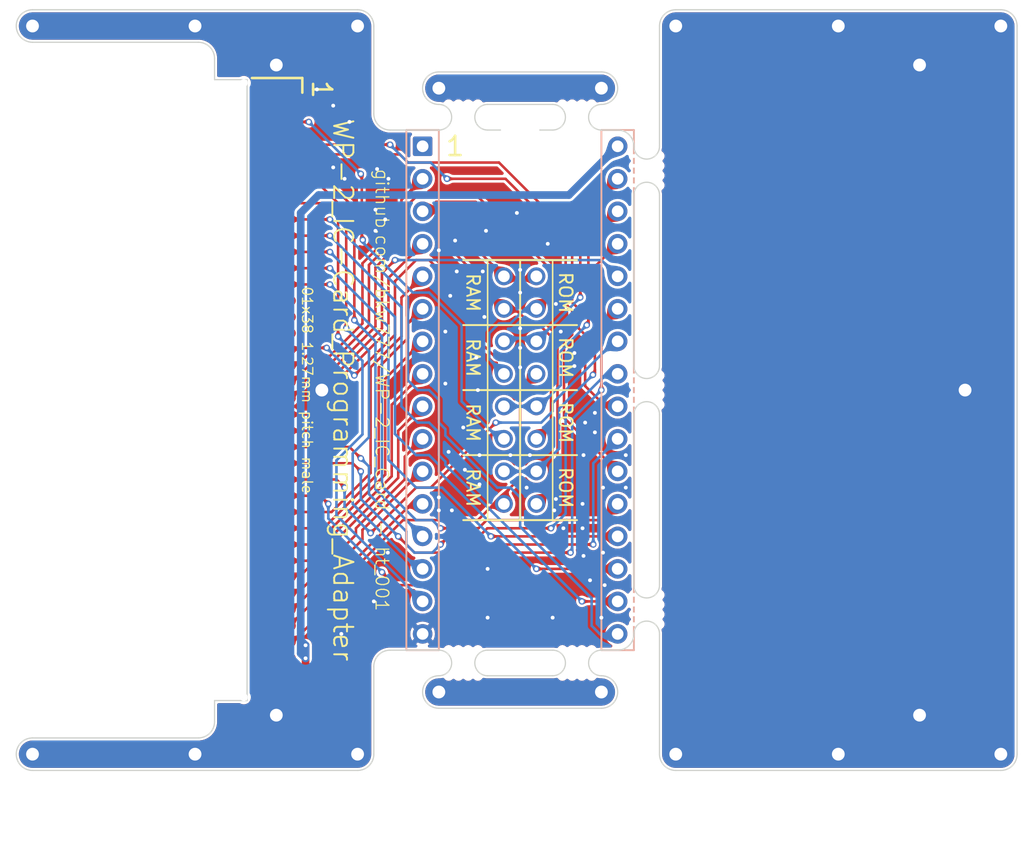
<source format=kicad_pcb>
(kicad_pcb (version 20240108) (generator "pcbnew") (generator_version "8.0")
  (title_block (title "WP-2_IC-Card_Programming_Adapter") (date "2025-05-09") (rev "ht_001") (company "Brian K. White - b.kenyon.w@gmail.com") (comment 1 "github.com/bkw777/WP-2_IC_Card"))
  (layers (0 "F.Cu" signal) (31 "B.Cu" signal) (34 "B.Paste" user) (35 "F.Paste" user) (36 "B.SilkS" user "B.Silkscreen") (37 "F.SilkS" user "F.Silkscreen") (38 "B.Mask" user) (39 "F.Mask" user) (44 "Edge.Cuts" user))
  (net 0 "")
  (net 1 "GND")
  (net 2 "/~{OE}")
  (net 3 "/D0")
  (net 4 "/D1")
  (net 5 "/D2")
  (net 6 "/D3")
  (net 7 "/D4")
  (net 8 "/D5")
  (net 9 "/D6")
  (net 10 "/D7")
  (net 11 "/A17")
  (net 12 "/A16")
  (net 13 "/A15")
  (net 14 "/A14")
  (net 15 "/A13")
  (net 16 "/A12")
  (net 17 "/A11")
  (net 18 "/A10")
  (net 19 "/A9")
  (net 20 "/A8")
  (net 21 "/A7")
  (net 22 "/A6")
  (net 23 "/A5")
  (net 24 "/A4")
  (net 25 "/A3")
  (net 26 "/A2")
  (net 27 "/A1")
  (net 28 "/A0")
  (net 29 "/R~{W}")
  (net 30 "/~{CE1}")
  (net 31 "/CE2")
  (net 32 "VCC")
  (net 33 "/A15_A14")
  (net 34 "/A14_~{WE}")
  (net 35 "/A17_CE2")
  (net 36 "/~{WE}_A15")
  (net 37 "/S3")
  (net 38 "/S1")
  (net 39 "/BCHK")
  (net 40 "/~{DET}")
  (net 41 "/T2")
  (net 42 "/S2")
  (footprint "000_LOCAL:2x16x600" (layer "F.Cu") (at 139.686 99.695)
    (property "Reference" "J2" (hide yes))
    (property "Value" "SST39SF020_DIP")
  )
  (footprint "000_LOCAL:2x8_jumper_block" (layer "F.Cu") (at 138.416 90.805)
    (property "Reference" "J3" (hide yes))
    (property "Value" "Conn_02x08_Odd_Even")
  )
  (footprint "000_LOCAL:npth_0.6mm" (layer "F.Cu") (at 118.096 75.692)
    (property "Reference" "REF**" (hide yes))
    (property "Value" "npth_0.6mm" (hide yes))
  )
  (footprint "000_LOCAL:npth_0.3mm" (layer "F.Cu") (at 144.512002 79.375 90)
    (property "Reference" "REF**" (hide yes))
    (property "Value" "npth_0.3mm" (hide yes))
  )
  (footprint "000_LOCAL:npth_0.3mm" (layer "F.Cu") (at 148.576002 81.407)
    (property "Reference" "REF**" (hide yes))
    (property "Value" "npth_0.3mm" (hide yes))
  )
  (footprint "000_LOCAL:npth_0.3mm" (layer "F.Cu") (at 150.576001 116.459)
    (property "Reference" "REF**" (hide yes))
    (property "Value" "npth_0.3mm" (hide yes))
  )
  (footprint "000_LOCAL:TMS-138-01-x-x_pcb_edge" (layer "F.Cu") (at 118.35 99.695)
    (property "Reference" "J1" (hide yes))
    (property "Value" "01x38 1.27mm pitch male")
  )
  (footprint "000_LOCAL:pth_1mm" (layer "F.Cu") (at 177.246 71.247)
    (property "Reference" "REF**" (hide yes))
    (property "Value" "pth_1mm" (hide yes))
  )
  (footprint "000_LOCAL:pth_1mm" (layer "F.Cu") (at 151.846 128.143)
    (property "Reference" "REF**" (hide yes))
    (property "Value" "pth_1mm" (hide yes))
  )
  (footprint "000_LOCAL:npth_0.3mm" (layer "F.Cu") (at 134.859998 120.015 -90)
    (property "Reference" "REF**" (hide yes))
    (property "Value" "npth_0.3mm" (hide yes))
  )
  (footprint "000_LOCAL:pth_1mm" (layer "F.Cu") (at 114.286 128.143)
    (property "Reference" "REF**" (hide yes))
    (property "Value" "pth_1mm" (hide yes))
  )
  (footprint "000_LOCAL:npth_0.3mm" (layer "F.Cu") (at 142.988001 122.015002 -90)
    (property "Reference" "REF**" (hide yes))
    (property "Value" "npth_0.3mm" (hide yes))
  )
  (footprint "000_LOCAL:npth_0.3mm" (layer "F.Cu") (at 145.274001 79.375 90)
    (property "Reference" "REF**" (hide yes))
    (property "Value" "npth_0.3mm" (hide yes))
  )
  (footprint "000_LOCAL:pth_1mm" (layer "F.Cu") (at 133.336001 76.104999 180)
    (property "Reference" "REF**" (hide yes))
    (property "Value" "pth_1mm" (hide yes))
  )
  (footprint "000_LOCAL:pth_1mm" (layer "F.Cu") (at 170.896 74.295)
    (property "Reference" "REF**" (hide yes))
    (property "Value" "pth_1mm" (hide yes))
  )
  (footprint "000_LOCAL:npth_0.3mm" (layer "F.Cu") (at 134.86 77.374999 90)
    (property "Reference" "REF**" (hide yes))
    (property "Value" "npth_0.3mm" (hide yes))
  )
  (footprint "000_LOCAL:npth_0.3mm" (layer "F.Cu") (at 135.622001 79.375 90)
    (property "Reference" "REF**" (hide yes))
    (property "Value" "npth_0.3mm" (hide yes))
  )
  (footprint "000_LOCAL:pth_1mm" (layer "F.Cu") (at 101.586 128.143)
    (property "Reference" "REF**" (hide yes))
    (property "Value" "pth_1mm" (hide yes))
  )
  (footprint "000_LOCAL:npth_0.3mm" (layer "F.Cu") (at 150.576 99.314)
    (property "Reference" "REF**" (hide yes))
    (property "Value" "npth_0.3mm" (hide yes))
  )
  (footprint "000_LOCAL:npth_0.3mm" (layer "F.Cu") (at 145.274001 122.015001 -90)
    (property "Reference" "REF**" (hide yes))
    (property "Value" "npth_0.3mm" (hide yes))
  )
  (footprint "000_LOCAL:npth_0.3mm" (layer "F.Cu") (at 150.576 100.076)
    (property "Reference" "REF**" (hide yes))
    (property "Value" "npth_0.3mm" (hide yes))
  )
  (footprint "000_LOCAL:pth_1mm" (layer "F.Cu") (at 170.896 125.095)
    (property "Reference" "REF**" (hide yes))
    (property "Value" "pth_1mm" (hide yes))
  )
  (footprint "000_LOCAL:npth_0.3mm" (layer "F.Cu") (at 144.511999 120.015001 -90)
    (property "Reference" "REF**" (hide yes))
    (property "Value" "npth_0.3mm" (hide yes))
  )
  (footprint "000_LOCAL:npth_0.3mm" (layer "F.Cu") (at 136.384 77.374998 90)
    (property "Reference" "REF**" (hide yes))
    (property "Value" "npth_0.3mm" (hide yes))
  )
  (footprint "000_LOCAL:pth_1mm" (layer "F.Cu") (at 124.192 99.695)
    (property "Reference" "REF**" (hide yes))
    (property "Value" "pth_1mm" (hide yes))
  )
  (footprint "000_LOCAL:npth_0.3mm" (layer "F.Cu") (at 136.384 120.015 -90)
    (property "Reference" "REF**" (hide yes))
    (property "Value" "npth_0.3mm" (hide yes))
  )
  (footprint "000_LOCAL:npth_0.3mm" (layer "F.Cu") (at 136.384 122.015 -90)
    (property "Reference" "REF**" (hide yes))
    (property "Value" "npth_0.3mm" (hide yes))
  )
  (footprint "000_LOCAL:pth_1mm" (layer "F.Cu") (at 101.586 71.247)
    (property "Reference" "REF**" (hide yes))
    (property "Value" "pth_1mm" (hide yes))
  )
  (footprint "000_LOCAL:npth_0.3mm" (layer "F.Cu") (at 148.576002 82.931)
    (property "Reference" "REF**" (hide yes))
    (property "Value" "npth_0.3mm" (hide yes))
  )
  (footprint "000_LOCAL:npth_0.3mm" (layer "F.Cu") (at 134.097999 77.374999 90)
    (property "Reference" "REF**" (hide yes))
    (property "Value" "npth_0.3mm" (hide yes))
  )
  (footprint "000_LOCAL:npth_0.3mm" (layer "F.Cu") (at 148.576001 116.459)
    (property "Reference" "REF**" (hide yes))
    (property "Value" "npth_0.3mm" (hide yes))
  )
  (footprint "000_LOCAL:npth_0.6mm" (layer "F.Cu") (at 118.096 123.698 -90)
    (property "Reference" "REF**" (hide yes))
    (property "Value" "npth_0.6mm" (hide yes))
  )
  (footprint "000_LOCAL:npth_0.3mm" (layer "F.Cu") (at 148.576001 115.697)
    (property "Reference" "REF**" (hide yes))
    (property "Value" "npth_0.3mm" (hide yes))
  )
  (footprint "000_LOCAL:npth_0.3mm" (layer "F.Cu") (at 145.274002 77.374999 90)
    (property "Reference" "REF**" (hide yes))
    (property "Value" "npth_0.3mm" (hide yes))
  )
  (footprint "000_LOCAL:pth_1mm" (layer "F.Cu") (at 146.035999 123.285001)
    (property "Reference" "REF**" (hide yes))
    (property "Value" "pth_1mm" (hide yes))
  )
  (footprint "000_LOCAL:npth_0.3mm" (layer "F.Cu") (at 143.75 122.015002 -90)
    (property "Reference" "REF**" (hide yes))
    (property "Value" "npth_0.3mm" (hide yes))
  )
  (footprint "000_LOCAL:npth_0.3mm" (layer "F.Cu") (at 150.576002 82.169)
    (property "Reference" "REF**" (hide yes))
    (property "Value" "npth_0.3mm" (hide yes))
  )
  (footprint "000_LOCAL:npth_0.3mm" (layer "F.Cu") (at 150.576002 81.407)
    (property "Reference" "REF**" (hide yes))
    (property "Value" "npth_0.3mm" (hide yes))
  )
  (footprint "000_LOCAL:npth_0.3mm" (layer "F.Cu") (at 143.749999 120.015 -90)
    (property "Reference" "REF**" (hide yes))
    (property "Value" "npth_0.3mm" (hide yes))
  )
  (footprint "000_LOCAL:pth_1mm" (layer "F.Cu") (at 133.335999 123.285002)
    (property "Reference" "REF**" (hide yes))
    (property "Value" "pth_1mm" (hide yes))
  )
  (footprint "000_LOCAL:npth_0.3mm" (layer "F.Cu") (at 142.988 120.015001 -90)
    (property "Reference" "REF**" (hide yes))
    (property "Value" "npth_0.3mm" (hide yes))
  )
  (footprint "000_LOCAL:npth_0.3mm" (layer "F.Cu") (at 142.988001 79.375 90)
    (property "Reference" "REF**" (hide yes))
    (property "Value" "npth_0.3mm" (hide yes))
  )
  (footprint "000_LOCAL:npth_0.3mm" (layer "F.Cu") (at 150.576001 117.983)
    (property "Reference" "REF**" (hide yes))
    (property "Value" "npth_0.3mm" (hide yes))
  )
  (footprint "000_LOCAL:pth_1mm" (layer "F.Cu") (at 146.036001 76.104998 180)
    (property "Reference" "REF**" (hide yes))
    (property "Value" "pth_1mm" (hide yes))
  )
  (footprint "000_LOCAL:npth_0.3mm" (layer "F.Cu") (at 135.621999 122.015 -90)
    (property "Reference" "REF**" (hide yes))
    (property "Value" "npth_0.3mm" (hide yes))
  )
  (footprint "000_LOCAL:pth_1mm" (layer "F.Cu") (at 126.986 71.247)
    (property "Reference" "REF**" (hide yes))
    (property "Value" "pth_1mm" (hide yes))
  )
  (footprint "000_LOCAL:npth_0.3mm" (layer "F.Cu") (at 143.750001 77.375 90)
    (property "Reference" "REF**" (hide yes))
    (property "Value" "npth_0.3mm" (hide yes))
  )
  (footprint "000_LOCAL:npth_0.3mm" (layer "F.Cu") (at 145.274 120.015001 -90)
    (property "Reference" "REF**" (hide yes))
    (property "Value" "npth_0.3mm" (hide yes))
  )
  (footprint "000_LOCAL:npth_0.3mm" (layer "F.Cu") (at 150.576001 115.697)
    (property "Reference" "REF**" (hide yes))
    (property "Value" "npth_0.3mm" (hide yes))
  )
  (footprint "000_LOCAL:npth_0.3mm" (layer "F.Cu") (at 148.576 100.076)
    (property "Reference" "REF**" (hide yes))
    (property "Value" "npth_0.3mm" (hide yes))
  )
  (footprint "000_LOCAL:npth_0.3mm" (layer "F.Cu") (at 150.576002 83.693)
    (property "Reference" "REF**" (hide yes))
    (property "Value" "npth_0.3mm" (hide yes))
  )
  (footprint "000_LOCAL:npth_0.3mm" (layer "F.Cu") (at 134.859998 122.015 -90)
    (property "Reference" "REF**" (hide yes))
    (property "Value" "npth_0.3mm" (hide yes))
  )
  (footprint "000_LOCAL:npth_0.3mm" (layer "F.Cu") (at 148.576001 117.983)
    (property "Reference" "REF**" (hide yes))
    (property "Value" "npth_0.3mm" (hide yes))
  )
  (footprint "000_LOCAL:pth_1mm" (layer "F.Cu") (at 126.986 128.143)
    (property "Reference" "REF**" (hide yes))
    (property "Value" "pth_1mm" (hide yes))
  )
  (footprint "000_LOCAL:npth_0.3mm" (layer "F.Cu") (at 150.576 100.838)
    (property "Reference" "REF**" (hide yes))
    (property "Value" "npth_0.3mm" (hide yes))
  )
  (footprint "000_LOCAL:npth_0.3mm" (layer "F.Cu") (at 148.576001 117.221)
    (property "Reference" "REF**" (hide yes))
    (property "Value" "npth_0.3mm" (hide yes))
  )
  (footprint "000_LOCAL:pth_1mm" (layer "F.Cu") (at 120.636 74.295)
    (property "Reference" "REF**" (hide yes))
    (property "Value" "pth_1mm" (hide yes))
  )
  (footprint "000_LOCAL:pth_1mm" (layer "F.Cu") (at 151.846 71.247)
    (property "Reference" "REF**" (hide yes))
    (property "Value" "pth_1mm" (hide yes))
  )
  (footprint "000_LOCAL:npth_0.3mm" (layer "F.Cu") (at 150.576002 82.931)
    (property "Reference" "REF**" (hide yes))
    (property "Value" "npth_0.3mm" (hide yes))
  )
  (footprint "000_LOCAL:pth_1mm" (layer "F.Cu") (at 120.636 125.095)
    (property "Reference" "REF**" (hide yes))
    (property "Value" "pth_1mm" (hide yes))
  )
  (footprint "000_LOCAL:npth_0.3mm" (layer "F.Cu") (at 136.384 79.374999 90)
    (property "Reference" "REF**" (hide yes))
    (property "Value" "npth_0.3mm" (hide yes))
  )
  (footprint "000_LOCAL:npth_0.3mm" (layer "F.Cu") (at 148.576 100.838)
    (property "Reference" "REF**" (hide yes))
    (property "Value" "npth_0.3mm" (hide yes))
  )
  (footprint "000_LOCAL:pth_1mm" (layer "F.Cu") (at 164.546 128.143)
    (property "Reference" "REF**" (hide yes))
    (property "Value" "pth_1mm" (hide yes))
  )
  (footprint "000_LOCAL:pth_1mm" (layer "F.Cu") (at 177.246 128.143)
    (property "Reference" "REF**" (hide yes))
    (property "Value" "pth_1mm" (hide yes))
  )
  (footprint "000_LOCAL:npth_0.3mm" (layer "F.Cu") (at 134.098 120.015 -90)
    (property "Reference" "REF**" (hide yes))
    (property "Value" "npth_0.3mm" (hide yes))
  )
  (footprint "000_LOCAL:npth_0.3mm" (layer "F.Cu") (at 148.576 99.314)
    (property "Reference" "REF**" (hide yes))
    (property "Value" "npth_0.3mm" (hide yes))
  )
  (footprint "000_LOCAL:pth_1mm" (layer "F.Cu") (at 174.452 99.695)
    (property "Reference" "REF**" (hide yes))
    (property "Value" "pth_1mm" (hide yes))
  )
  (footprint "000_LOCAL:npth_0.3mm" (layer "F.Cu") (at 144.512001 77.375 90)
    (property "Reference" "REF**" (hide yes))
    (property "Value" "npth_0.3mm" (hide yes))
  )
  (footprint "000_LOCAL:npth_0.3mm" (layer "F.Cu") (at 134.860001 79.374999 90)
    (property "Reference" "REF**" (hide yes))
    (property "Value" "npth_0.3mm" (hide yes))
  )
  (footprint "000_LOCAL:npth_0.3mm" (layer "F.Cu") (at 143.750001 79.375 90)
    (property "Reference" "REF**" (hide yes))
    (property "Value" "npth_0.3mm" (hide yes))
  )
  (footprint "000_LOCAL:npth_0.3mm" (layer "F.Cu") (at 142.988 77.375 90)
    (property "Reference" "REF**" (hide yes))
    (property "Value" "npth_0.3mm" (hide yes))
  )
  (footprint "000_LOCAL:npth_0.3mm" (layer "F.Cu") (at 134.097998 122.015001 -90)
    (property "Reference" "REF**" (hide yes))
    (property "Value" "npth_0.3mm" (hide yes))
  )
  (footprint "000_LOCAL:pth_1mm" (layer "F.Cu") (at 164.546 71.247)
    (property "Reference" "REF**" (hide yes))
    (property "Value" "pth_1mm" (hide yes))
  )
  (footprint "000_LOCAL:npth_3mm" (layer "F.Cu") (at 139.686 79.375)
    (property "Reference" "REF**" (hide yes))
    (property "Value" "npth_3mm" (hide yes))
  )
  (footprint "000_LOCAL:npth_0.3mm" (layer "F.Cu") (at 148.576002 83.693)
    (property "Reference" "REF**" (hide yes))
    (property "Value" "npth_0.3mm" (hide yes))
  )
  (footprint "000_LOCAL:npth_0.3mm" (layer "F.Cu") (at 135.621999 120.015 -90)
    (property "Reference" "REF**" (hide yes))
    (property "Value" "npth_0.3mm" (hide yes))
  )
  (footprint "000_LOCAL:npth_0.3mm" (layer "F.Cu") (at 148.576002 82.169)
    (property "Reference" "REF**" (hide yes))
    (property "Value" "npth_0.3mm" (hide yes))
  )
  (footprint "000_LOCAL:npth_0.3mm" (layer "F.Cu") (at 148.576 98.552)
    (property "Reference" "REF**" (hide yes))
    (property "Value" "npth_0.3mm" (hide yes))
  )
  (footprint "000_LOCAL:npth_0.3mm" (layer "F.Cu") (at 135.622 77.374998 90)
    (property "Reference" "REF**" (hide yes))
    (property "Value" "npth_0.3mm" (hide yes))
  )
  (footprint "000_LOCAL:npth_0.3mm" (layer "F.Cu") (at 144.512 122.015001 -90)
    (property "Reference" "REF**" (hide yes))
    (property "Value" "npth_0.3mm" (hide yes))
  )
  (footprint "000_LOCAL:pth_1mm" (layer "F.Cu") (at 114.286 71.247)
    (property "Reference" "REF**" (hide yes))
    (property "Value" "pth_1mm" (hide yes))
  )
  (footprint "000_LOCAL:npth_0.3mm" (layer "F.Cu") (at 150.576001 117.221)
    (property "Reference" "REF**" (hide yes))
    (property "Value" "npth_0.3mm" (hide yes))
  )
  (footprint "000_LOCAL:npth_0.3mm" (layer "F.Cu") (at 150.576 98.552)
    (property "Reference" "REF**" (hide yes))
    (property "Value" "npth_0.3mm" (hide yes))
  )
  (footprint "000_LOCAL:npth_0.3mm" (layer "F.Cu") (at 134.098 79.374999 90)
    (property "Reference" "REF**" (hide yes))
    (property "Value" "npth_0.3mm" (hide yes))
  )
  (gr_line (start 130.796 79.375) (end 133.336 79.375) (stroke (width 0.15)) (layer "B.SilkS"))
  (gr_line (start 146.036 79.375) (end 148.576 79.375) (stroke (width 0.15)) (layer "B.SilkS"))
  (gr_line (start 148.576 79.375) (end 148.576 120.015) (stroke (width 0.15)) (layer "B.SilkS"))
  (gr_line (start 130.796 120.015001) (end 130.796 79.375001) (stroke (width 0.15)) (layer "B.SilkS"))
  (gr_line (start 133.336 79.375) (end 133.336 120.015) (stroke (width 0.15)) (layer "B.SilkS"))
  (gr_line (start 146.036 120.015) (end 146.036 79.375) (stroke (width 0.15)) (layer "B.SilkS"))
  (gr_line (start 133.336 120.015) (end 130.796 120.015) (stroke (width 0.15)) (layer "B.SilkS"))
  (gr_line (start 148.576 120.015) (end 146.036 120.015) (stroke (width 0.15)) (layer "B.SilkS"))
  (gr_line (start 144.131 109.855) (end 135.241 109.855) (stroke (width 0.15)) (layer "F.SilkS"))
  (gr_line (start 144.131 104.775) (end 135.241 104.775) (stroke (width 0.15)) (layer "F.SilkS"))
  (gr_line (start 144.131 99.695) (end 135.241 99.695) (stroke (width 0.15)) (layer "F.SilkS"))
  (gr_line (start 144.131 94.615) (end 135.241 94.615) (stroke (width 0.15)) (layer "F.SilkS"))
  (gr_line (start 144.131 89.535) (end 135.241 89.535) (stroke (width 0.15)) (layer "F.SilkS"))
  (gr_line (start 139.686 89.535) (end 139.686 109.855) (stroke (width 0.15)) (layer "F.SilkS"))
  (gr_arc (start 148.576 101.6) (mid 149.576 100.6) (end 150.576 101.6) (stroke (width 0.1)) (layer "Edge.Cuts"))
  (gr_line (start 150.575999 97.79) (end 150.575999 84.455) (stroke (width 0.1)) (layer "Edge.Cuts"))
  (gr_arc (start 133.336001 77.375001) (mid 134.335998 78.375) (end 133.336 79.375) (stroke (width 0.1)) (layer "Edge.Cuts"))
  (gr_arc (start 150.576001 71.247001) (mid 150.947975 70.348975) (end 151.846001 69.977001) (stroke (width 0.1)) (layer "Edge.Cuts"))
  (gr_line (start 150.576001 80.645) (end 150.576001 71.247001) (stroke (width 0.1)) (layer "Edge.Cuts"))
  (gr_line (start 133.336001 74.834998) (end 146.036001 74.834998) (stroke (width 0.1)) (layer "Edge.Cuts"))
  (gr_line (start 129.526 79.375001) (end 133.336 79.375001) (stroke (width 0.1)) (layer "Edge.Cuts"))
  (gr_arc (start 114.54 72.516999) (mid 115.438026 72.888974) (end 115.810001 73.787) (stroke (width 0.1)) (layer "Edge.Cuts"))
  (gr_arc (start 101.586 72.517) (mid 100.316 71.247) (end 101.586 69.977) (stroke (width 0.1)) (layer "Edge.Cuts"))
  (gr_arc (start 142.226001 120.015001) (mid 143.226 121.015002) (end 142.226 122.015001) (stroke (width 0.1)) (layer "Edge.Cuts"))
  (gr_line (start 148.576002 84.455) (end 148.576002 97.79) (stroke (width 0.1)) (layer "Edge.Cuts"))
  (gr_arc (start 150.576 114.935) (mid 149.576 115.935) (end 148.576 114.935) (stroke (width 0.1)) (layer "Edge.Cuts"))
  (gr_line (start 146.036 79.375) (end 147.306 79.375) (stroke (width 0.1)) (layer "Edge.Cuts"))
  (gr_arc (start 128.256 128.143) (mid 127.884026 129.041026) (end 126.986 129.413) (stroke (width 0.1)) (layer "Edge.Cuts"))
  (gr_line (start 133.335999 124.555002) (end 146.035999 124.555002) (stroke (width 0.1)) (layer "Edge.Cuts"))
  (gr_line (start 114.54 126.873) (end 101.586 126.873) (stroke (width 0.1)) (layer "Edge.Cuts"))
  (gr_line (start 150.576 114.935) (end 150.576 101.6) (stroke (width 0.1)) (layer "Edge.Cuts"))
  (gr_arc (start 147.306 79.374999) (mid 148.204026 79.746974) (end 148.576001 80.645) (stroke (width 0.1)) (layer "Edge.Cuts"))
  (gr_arc (start 142.226001 77.375002) (mid 143.226 78.375) (end 142.226001 79.375001) (stroke (width 0.1)) (layer "Edge.Cuts"))
  (gr_line (start 115.81 125.603) (end 115.81 123.952) (stroke (width 0.1)) (layer "Edge.Cuts"))
  (gr_arc (start 146.036 79.375) (mid 145.036 78.375) (end 146.036001 77.375) (stroke (width 0.1)) (layer "Edge.Cuts"))
  (gr_line (start 101.586 69.977) (end 126.986 69.977) (stroke (width 0.1)) (layer "Edge.Cuts"))
  (gr_arc (start 146.036001 74.834998) (mid 147.306001 76.104998) (end 146.036001 77.375) (stroke (width 0.1)) (layer "Edge.Cuts"))
  (gr_line (start 137.145999 120.014999) (end 142.226001 120.014999) (stroke (width 0.1)) (layer "Edge.Cuts"))
  (gr_arc (start 148.576002 84.455) (mid 149.576002 83.455) (end 150.576002 84.455) (stroke (width 0.1)) (layer "Edge.Cuts"))
  (gr_line (start 114.54 72.517) (end 101.586 72.517) (stroke (width 0.1)) (layer "Edge.Cuts"))
  (gr_arc (start 146.035999 122.014999) (mid 145.036001 121.014999) (end 146.036 120.015) (stroke (width 0.1)) (layer "Edge.Cuts"))
  (gr_arc (start 150.575999 97.79) (mid 149.575999 98.79) (end 148.575999 97.79) (stroke (width 0.1)) (layer "Edge.Cuts"))
  (gr_arc (start 137.145999 79.374999) (mid 136.146 78.374998) (end 137.146 77.374999) (stroke (width 0.1)) (layer "Edge.Cuts"))
  (gr_line (start 118.35 123.952) (end 118.35 75.438) (stroke (width 0.1)) (layer "Edge.Cuts"))
  (gr_arc (start 148.576001 118.745) (mid 149.576001 117.745) (end 150.576001 118.745) (stroke (width 0.1)) (layer "Edge.Cuts"))
  (gr_arc (start 133.336 120.015) (mid 134.336 121.015) (end 133.335999 122.015) (stroke (width 0.1)) (layer "Edge.Cuts"))
  (gr_line (start 129.526 120.014999) (end 133.336 120.014999) (stroke (width 0.1)) (layer "Edge.Cuts"))
  (gr_line (start 137.145999 122.014998) (end 142.226 122.014998) (stroke (width 0.1)) (layer "Edge.Cuts"))
  (gr_line (start 146.036 120.015) (end 147.306 120.015) (stroke (width 0.1)) (layer "Edge.Cuts"))
  (gr_arc (start 148.576001 118.745) (mid 148.204026 119.643026) (end 147.306 120.015001) (stroke (width 0.1)) (layer "Edge.Cuts"))
  (gr_line (start 150.576001 118.745) (end 150.576001 128.142999) (stroke (width 0.1)) (layer "Edge.Cuts"))
  (gr_line (start 128.256001 71.247) (end 128.256001 78.105) (stroke (width 0.1)) (layer "Edge.Cuts"))
  (gr_arc (start 177.245999 69.977001) (mid 178.144025 70.348975) (end 178.515999 71.247001) (stroke (width 0.1)) (layer "Edge.Cuts"))
  (gr_arc (start 133.336001 77.375) (mid 132.066 76.104999) (end 133.336001 74.834998) (stroke (width 0.1)) (layer "Edge.Cuts"))
  (gr_arc (start 150.576001 80.645) (mid 149.576001 81.645) (end 148.576001 80.645) (stroke (width 0.1)) (layer "Edge.Cuts"))
  (gr_arc (start 146.035999 122.015) (mid 147.306 123.285001) (end 146.035999 124.555002) (stroke (width 0.1)) (layer "Edge.Cuts"))
  (gr_arc (start 151.846001 129.412999) (mid 150.947975 129.041025) (end 150.576001 128.142999) (stroke (width 0.1)) (layer "Edge.Cuts"))
  (gr_arc (start 115.81 125.603) (mid 115.438026 126.501026) (end 114.54 126.873) (stroke (width 0.1)) (layer "Edge.Cuts"))
  (gr_line (start 137.145999 79.374999) (end 142.226001 79.374999) (stroke (width 0.1)) (layer "Edge.Cuts"))
  (gr_line (start 151.845999 129.413) (end 177.246 129.413) (stroke (width 0.1)) (layer "Edge.Cuts"))
  (gr_line (start 101.586 129.413) (end 126.986 129.413) (stroke (width 0.1)) (layer "Edge.Cuts"))
  (gr_arc (start 128.255999 121.285) (mid 128.627974 120.386974) (end 129.526 120.014999) (stroke (width 0.1)) (layer "Edge.Cuts"))
  (gr_line (start 151.845999 69.977) (end 177.246 69.977) (stroke (width 0.1)) (layer "Edge.Cuts"))
  (gr_line (start 142.226001 77.375002) (end 137.146 77.375002) (stroke (width 0.1)) (layer "Edge.Cuts"))
  (gr_arc (start 101.586 129.413) (mid 100.316 128.143) (end 101.586 126.873) (stroke (width 0.1)) (layer "Edge.Cuts"))
  (gr_line (start 128.256001 128.143) (end 128.256001 121.285) (stroke (width 0.1)) (layer "Edge.Cuts"))
  (gr_arc (start 133.335999 124.555002) (mid 132.065999 123.285002) (end 133.335999 122.015) (stroke (width 0.1)) (layer "Edge.Cuts"))
  (gr_line (start 115.81 123.952) (end 118.35 123.952) (stroke (width 0.1)) (layer "Edge.Cuts"))
  (gr_line (start 118.35 75.438) (end 115.81 75.438) (stroke (width 0.1)) (layer "Edge.Cuts"))
  (gr_arc (start 137.145999 122.014998) (mid 136.146 121.015) (end 137.145999 120.014999) (stroke (width 0.1)) (layer "Edge.Cuts"))
  (gr_arc (start 126.986 69.976999) (mid 127.884026 70.348974) (end 128.256001 71.247) (stroke (width 0.1)) (layer "Edge.Cuts"))
  (gr_arc (start 129.526 79.375001) (mid 128.627974 79.003026) (end 128.255999 78.105) (stroke (width 0.1)) (layer "Edge.Cuts"))
  (gr_line (start 148.576 101.6) (end 148.576 114.935) (stroke (width 0.1)) (layer "Edge.Cuts"))
  (gr_line (start 115.81 75.438) (end 115.81 73.787) (stroke (width 0.1)) (layer "Edge.Cuts"))
  (gr_line (start 178.515999 71.247001) (end 178.515999 128.143) (stroke (width 0.1)) (layer "Edge.Cuts"))
  (gr_arc (start 178.516 128.143) (mid 178.144026 129.041026) (end 177.246 129.413) (stroke (width 0.1)) (layer "Edge.Cuts"))
  (gr_text "${TITLE}" (at 125.843 99.695 270) (layer "F.SilkS") (effects (font (size 1.5 1.5))))
  (gr_text "RAM" (at 136.003 107.315 -90) (layer "F.SilkS") (effects (font (size 1 1))))
  (gr_text "RAM" (at 136.003 102.235 -90) (layer "F.SilkS") (effects (font (size 1 1))))
  (gr_text "RAM" (at 136.003 97.155 -90) (layer "F.SilkS") (effects (font (size 1 1))))
  (gr_text "RAM" (at 136.003 92.075 -90) (layer "F.SilkS") (effects (font (size 1 1))))
  (gr_text "ROM" (at 143.242 107.315 -90) (layer "F.SilkS") (effects (font (size 1 1))))
  (gr_text "ROM" (at 143.242 102.235 -90) (layer "F.SilkS") (effects (font (size 1 1))))
  (gr_text "1" (at 134.606 80.645 0) (layer "F.SilkS") (effects (font (size 1.5 1.5) (thickness 0.2))))
  (gr_text "1" (at 124.192 76.2 -90) (layer "F.SilkS") (effects (font (size 1.5 1.5) (thickness 0.2))))
  (gr_text "${COMMENT1} - ${REVISION}" (at 128.891 99.695 270) (layer "F.SilkS") (effects (font (size 1 1) (thickness 0.1))))
  (gr_text "ROM" (at 143.242 97.155 -90) (layer "F.SilkS") (effects (font (size 1 1))))
  (gr_text "ROM" (at 143.242 92.075 -90) (layer "F.SilkS") (effects (font (size 1 1))))
  (via (at 143.0642 110.49) (size 0.5) (drill 0.3) (layers "F.Cu" "B.Cu") (net 1))
  (via (at 125.081 77.47) (size 0.5) (drill 0.3) (layers "F.Cu" "B.Cu") (net 1))
  (via (at 146.29 114.935) (size 0.5) (drill 0.3) (layers "F.Cu" "B.Cu") (net 1))
  (via (at 136.257 97.155) (size 0.5) (drill 0.3) (layers "F.Cu" "B.Cu") (net 1))
  (via (at 145.147 114.554) (size 0.5) (drill 0.3) (layers "F.Cu" "B.Cu") (net 1))
  (via (at 144.639 112.649) (size 0.5) (drill 0.3) (layers "F.Cu" "B.Cu") (net 1))
  (via (at 129.399 83.185) (size 0.5) (drill 0.3) (layers "F.Cu" "B.Cu") (net 1))
  (via (at 129.3482 112.395) (size 0.5) (drill 0.3) (layers "F.Cu" "B.Cu") (net 1))
  (via (at 139.686 94.869) (size 0.5) (drill 0.3) (layers "F.Cu" "B.Cu") (net 1))
  (via (at 146.163 112.395) (size 0.5) (drill 0.3) (layers "F.Cu" "B.Cu") (net 1))
  (via (at 144.5628 110.49) (size 0.5) (drill 0.3) (layers "F.Cu" "B.Cu") (net 1))
  (via (at 138.924 104.775) (size 0.5) (drill 0.3) (layers "F.Cu" "B.Cu") (net 1))
  (via (at 139.686 90.297) (size 0.5) (drill 0.3) (layers "F.Cu" "B.Cu") (net 1))
  (via (at 134.606 88.011) (size 0.5) (drill 0.3) (layers "F.Cu" "B.Cu") (net 1))
  (via (at 146.163 107.315) (size 0.5) (drill 0.3) (layers "F.Cu" "B.Cu") (net 1))
  (via (at 134.733 90.424) (size 0.5) (drill 0.3) (layers "F.Cu" "B.Cu") (net 1))
  (via (at 133.844 99.187) (size 0.5) (drill 0.3) (layers "F.Cu" "B.Cu") (net 1))
  (via (at 137.146 117.475) (size 0.5) (drill 0.3) (layers "F.Cu" "B.Cu") (net 1))
  (via (at 129.145 86.36) (size 0.5) (drill 0.3) (layers "F.Cu" "B.Cu") (net 1))
  (via (at 144.766 102.235) (size 0.5) (drill 0.3) (layers "F.Cu" "B.Cu") (net 1))
  (via (at 136.892 93.98) (size 0.5) (drill 0.3) (layers "F.Cu" "B.Cu") (net 1))
  (via (at 143.9278 96.7994) (size 0.5) (drill 0.3) (layers "F.Cu" "B.Cu") (net 1))
  (via (at 136.384 99.695) (size 0.5) (drill 0.3) (layers "F.Cu" "B.Cu") (net 1))
  (via (at 135.241 102.616) (size 0.5) (drill 0.3) (layers "F.Cu" "B.Cu") (net 1))
  (via (at 142.861 95.123) (size 0.5) (drill 0.3) (layers "F.Cu" "B.Cu") (net 1))
  (via (at 135.368 105.918) (size 0.5) (drill 0.3) (layers "F.Cu" "B.Cu") (net 1))
  (via (at 133.336 108.077) (size 0.5) (drill 0.3) (layers "F.Cu" "B.Cu") (net 1))
  (via (at 145.528 102.997) (size 0.5) (drill 0.3) (layers "F.Cu" "B.Cu") (net 1))
  (via (at 147.941 104.775) (size 0.5) (drill 0.3) (layers "F.Cu" "B.Cu") (net 1))
  (via (at 137.019 87.249) (size 0.5) (drill 0.3) (layers "F.Cu" "B.Cu") (net 1))
  (via (at 142.48 92.964) (size 0.5) (drill 0.3) (layers "F.Cu" "B.Cu") (net 1))
  (via (at 128.51 82.423) (size 0.5) (drill 0.3) (layers "F.Cu" "B.Cu") (net 1))
  (via (at 140.448 104.775) (size 0.5) (drill 0.3) (layers "F.Cu" "B.Cu") (net 1))
  (via (at 139.686 97.917) (size 0.5) (drill 0.3) (layers "F.Cu" "B.Cu") (net 1))
  (via (at 123.811 76.2) (size 0.5) (drill 0.3) (layers "F.Cu" "B.Cu") (net 1))
  (via (at 143.9278 97.8154) (size 0.5) (drill 0.3) (layers "F.Cu" "B.Cu") (net 1))
  (via (at 134.225 92.329) (size 0.5) (drill 0.3) (layers "F.Cu" "B.Cu") (net 1))
  (via (at 142.48 108.204) (size 0.5) (drill 0.3) (layers "F.Cu" "B.Cu") (net 1))
  (via (at 125.716 118.745) (size 0.5) (drill 0.3) (layers "F.Cu" "B.Cu") (net 1))
  (via (at 125.081 82.296) (size 0.5) (drill 0.3) (layers "F.Cu" "B.Cu") (net 1))
  (via (at 145.528 101.473) (size 0.5) (drill 0.3) (layers "F.Cu" "B.Cu") (net 1))
  (via (at 136.511 107.061) (size 0.5) (drill 0.3) (layers "F.Cu" "B.Cu") (net 1))
  (via (at 128.383 87.249) (size 0.5) (drill 0.3) (layers "F.Cu" "B.Cu") (net 1))
  (via (at 144.639 104.775) (size 0.5) (drill 0.3) (layers "F.Cu" "B.Cu") (net 1))
  (via (at 139.686 92.075) (size 0.5) (drill 0.3) (layers "F.Cu" "B.Cu") (net 1))
  (via (at 133.336 88.773) (size 0.5) (drill 0.3) (layers "F.Cu" "B.Cu") (net 1))
  (via (at 144.5628 108.585) (size 0.5) (drill 0.3) (layers "F.Cu" "B.Cu") (net 1))
  (via (at 128.383 85.598) (size 0.5) (drill 0.3) (layers "F.Cu" "B.Cu") (net 1))
  (via (at 141.845 88.265) (size 0.5) (drill 0.3) (layers "F.Cu" "B.Cu") (net 1))
  (via (at 142.226 117.475) (size 0.5) (drill 0.3) (layers "F.Cu" "B.Cu") (net 1))
  (via (at 128.256 116.205) (size 0.5) (drill 0.3) (layers "F.Cu" "B.Cu") (net 1))
  (via (at 139.686 96.393) (size 0.5) (drill 0.3) (layers "F.Cu" "B.Cu") (net 1))
  (via (at 139.432 85.852) (size 0.5) (drill 0.3) (layers "F.Cu" "B.Cu") (net 1))
  (via (at 126.351 78.74) (size 0.5) (drill 0.3) (layers "F.Cu" "B.Cu") (net 1))
  (via (at 137.146 113.665) (size 0.5) (drill 0.3) (layers "F.Cu" "B.Cu") (net 1))
  (via (at 147.941 107.315) (size 0.5) (drill 0.3) (layers "F.Cu" "B.Cu") (net 1))
  (via (at 133.844 95.123) (size 0.5) (drill 0.3) (layers "F.Cu" "B.Cu") (net 1))
  (via (at 142.353 109.093) (size 0.5) (drill 0.3) (layers "F.Cu" "B.Cu") (net 1))
  (via (at 134.098 104.521) (size 0.5) (drill 0.3) (layers "F.Cu" "B.Cu") (net 1))
  (via (at 136.511 104.775) (size 0.5) (drill 0.3) (layers "F.Cu" "B.Cu") (net 1))
  (via (at 133.336 109.093) (size 0.5) (drill 0.3) (layers "F.Cu" "B.Cu") (net 1))
  (via (at 140.194 107.315) (size 0.5) (drill 0.3) (layers "F.Cu" "B.Cu") (net 1))
  (via (at 134.352 109.093) (size 0.5) (drill 0.3) (layers "F.Cu" "B.Cu") (net 1))
  (via (at 146.036 117.475) (size 0.5) (drill 0.3) (layers "F.Cu" "B.Cu") (net 1))
  (via (at 125.97 83.185) (size 0.5) (drill 0.3) (layers "F.Cu" "B.Cu") (net 1))
  (via (at 136.765 90.424) (size 0.5) (drill 0.3) (layers "F.Cu" "B.Cu") (net 1))
  (segment (start 130.288 81.28) (end 130.923 81.915) (width 0.2) (layer "F.Cu") (net 2))
  (segment (start 144.258 94.869) (end 144.766 95.377) (width 0.2) (layer "F.Cu") (net 2))
  (segment (start 138.035 81.915) (end 143.75 87.63) (width 0.2) (layer "F.Cu") (net 2))
  (segment (start 146.3535 100.965) (end 147.306 100.965) (width 0.2) (layer "F.Cu") (net 2))
  (segment (start 130.923 81.915) (end 138.035 81.915) (width 0.2) (layer "F.Cu") (net 2))
  (segment (start 143.75 87.63) (end 143.75 92.837) (width 0.2) (layer "F.Cu") (net 2))
  (segment (start 143.75 92.837) (end 144.258 93.345) (width 0.2) (layer "F.Cu") (net 2))
  (segment (start 120.382 81.28) (end 130.288 81.28) (width 0.2) (layer "F.Cu") (net 2))
  (segment (start 144.258 93.345) (end 144.258 94.869) (width 0.2) (layer "F.Cu") (net 2))
  (segment (start 144.766 99.3775) (end 146.3535 100.965) (width 0.2) (layer "F.Cu") (net 2))
  (segment (start 144.766 95.377) (end 144.766 99.3775) (width 0.2) (layer "F.Cu") (net 2))
  (segment (start 126.732 85.471) (end 123.811 82.55) (width 0.2) (layer "F.Cu") (net 3))
  (segment (start 123.811 82.55) (end 120.382 82.55) (width 0.2) (layer "F.Cu") (net 3))
  (segment (start 126.732 94.234) (end 126.732 85.471) (width 0.2) (layer "F.Cu") (net 3))
  (via (at 126.732 94.234) (size 0.5) (drill 0.3) (layers "F.Cu" "B.Cu") (net 3))
  (segment (start 128.383 95.885) (end 128.383 107.442) (width 0.2) (layer "B.Cu") (net 3))
  (segment (start 128.383 107.442) (end 132.066 111.125) (width 0.2) (layer "B.Cu") (net 3))
  (segment (start 126.732 94.234) (end 128.383 95.885) (width 0.2) (layer "B.Cu") (net 3))
  (segment (start 126.097 94.869) (end 126.097 85.725) (width 0.2) (layer "F.Cu") (net 4))
  (segment (start 124.192 83.82) (end 120.382 83.82) (width 0.2) (layer "F.Cu") (net 4))
  (segment (start 126.097 85.725) (end 124.192 83.82) (width 0.2) (layer "F.Cu") (net 4))
  (via (at 126.097 94.869) (size 0.5) (drill 0.3) (layers "F.Cu" "B.Cu") (net 4))
  (segment (start 126.605 104.648) (end 126.605 108.585) (width 0.2) (layer "B.Cu") (net 4))
  (segment (start 126.605 108.585) (end 131.685 113.665) (width 0.2) (layer "B.Cu") (net 4))
  (segment (start 126.097 94.869) (end 127.875 96.647) (width 0.2) (layer "B.Cu") (net 4))
  (segment (start 131.685 113.665) (end 132.066 113.665) (width 0.2) (layer "B.Cu") (net 4))
  (segment (start 127.875 103.378) (end 126.605 104.648) (width 0.2) (layer "B.Cu") (net 4))
  (segment (start 127.875 96.647) (end 127.875 103.378) (width 0.2) (layer "B.Cu") (net 4))
  (segment (start 125.462 95.504) (end 125.462 85.979) (width 0.2) (layer "F.Cu") (net 5))
  (segment (start 125.462 85.979) (end 124.573 85.09) (width 0.2) (layer "F.Cu") (net 5))
  (segment (start 124.573 85.09) (end 120.382 85.09) (width 0.2) (layer "F.Cu") (net 5))
  (via (at 125.462 95.504) (size 0.5) (drill 0.3) (layers "F.Cu" "B.Cu") (net 5))
  (segment (start 127.367 103.15575) (end 125.335 105.18775) (width 0.2) (layer "B.Cu") (net 5))
  (segment (start 125.335 109.474) (end 132.066 116.205) (width 0.2) (layer "B.Cu") (net 5))
  (segment (start 125.335 105.18775) (end 125.335 109.474) (width 0.2) (layer "B.Cu") (net 5))
  (segment (start 127.367 97.409) (end 127.367 103.15575) (width 0.2) (layer "B.Cu") (net 5))
  (segment (start 125.462 95.504) (end 127.367 97.409) (width 0.2) (layer "B.Cu") (net 5))
  (segment (start 120.382 86.36) (end 124.827 86.36) (width 0.2) (layer "F.Cu") (net 6))
  (via (at 124.827 86.36) (size 0.5) (drill 0.3) (layers "F.Cu" "B.Cu") (net 6))
  (segment (start 133.336 100.457) (end 133.336 102.235) (width 0.2) (layer "B.Cu") (net 6))
  (segment (start 145.274 118.11) (end 145.909 118.745) (width 0.2) (layer "B.Cu") (net 6))
  (segment (start 132.574 99.695) (end 133.336 100.457) (width 0.2) (layer "B.Cu") (net 6))
  (segment (start 130.923 92.456) (end 130.923 98.933) (width 0.2) (layer "B.Cu") (net 6))
  (segment (start 139.686 110.363) (end 145.274 115.951) (width 0.2) (layer "B.Cu") (net 6))
  (segment (start 124.827 86.36) (end 130.923 92.456) (width 0.2) (layer "B.Cu") (net 6))
  (segment (start 130.923 98.933) (end 131.685 99.695) (width 0.2) (layer "B.Cu") (net 6))
  (segment (start 133.336 102.235) (end 133.844 102.743) (width 0.2) (layer "B.Cu") (net 6))
  (segment (start 137.908 107.315) (end 138.924 107.315) (width 0.2) (layer "B.Cu") (net 6))
  (segment (start 145.274 115.951) (end 145.274 118.11) (width 0.2) (layer "B.Cu") (net 6))
  (segment (start 133.844 102.743) (end 133.844 103.251) (width 0.2) (layer "B.Cu") (net 6))
  (segment (start 138.924 107.315) (end 139.686 108.077) (width 0.2) (layer "B.Cu") (net 6))
  (segment (start 131.685 99.695) (end 132.574 99.695) (width 0.2) (layer "B.Cu") (net 6))
  (segment (start 139.686 108.077) (end 139.686 110.363) (width 0.2) (layer "B.Cu") (net 6))
  (segment (start 145.909 118.745) (end 147.306 118.745) (width 0.2) (layer "B.Cu") (net 6))
  (segment (start 133.844 103.251) (end 137.908 107.315) (width 0.2) (layer "B.Cu") (net 6))
  (segment (start 147.306 116.205) (end 144.512 116.205) (width 0.2) (layer "F.Cu") (net 7))
  (segment (start 120.382 87.63) (end 124.827 87.63) (width 0.2) (layer "F.Cu") (net 7))
  (via (at 144.512 116.205) (size 0.5) (drill 0.3) (layers "F.Cu" "B.Cu") (net 7))
  (via (at 124.827 87.63) (size 0.5) (drill 0.3) (layers "F.Cu" "B.Cu") (net 7))
  (segment (start 131.685 102.235) (end 132.574 102.235) (width 0.2) (layer "B.Cu") (net 7))
  (segment (start 133.336 104.775) (end 133.844 105.283) (width 0.2) (layer "B.Cu") (net 7))
  (segment (start 133.844 105.537) (end 144.512 116.205) (width 0.2) (layer "B.Cu") (net 7))
  (segment (start 132.574 102.235) (end 133.336 102.997) (width 0.2) (layer "B.Cu") (net 7))
  (segment (start 133.844 105.283) (end 133.844 105.537) (width 0.2) (layer "B.Cu") (net 7))
  (segment (start 130.415 93.218) (end 130.415 100.965) (width 0.2) (layer "B.Cu") (net 7))
  (segment (start 133.336 102.997) (end 133.336 104.775) (width 0.2) (layer "B.Cu") (net 7))
  (segment (start 130.415 100.965) (end 131.685 102.235) (width 0.2) (layer "B.Cu") (net 7))
  (segment (start 124.827 87.63) (end 130.415 93.218) (width 0.2) (layer "B.Cu") (net 7))
  (segment (start 147.306 113.665) (end 140.956 113.665) (width 0.2) (layer "F.Cu") (net 8))
  (segment (start 120.382 88.9) (end 124.827 88.9) (width 0.2) (layer "F.Cu") (net 8))
  (via (at 124.827 88.9) (size 0.5) (drill 0.3) (layers "F.Cu" "B.Cu") (net 8))
  (via (at 140.956 113.665) (size 0.5) (drill 0.3) (layers "F.Cu" "B.Cu") (net 8))
  (segment (start 131.558 104.775) (end 132.574 104.775) (width 0.2) (layer "B.Cu") (net 8))
  (segment (start 129.907 103.124) (end 131.558 104.775) (width 0.2) (layer "B.Cu") (net 8))
  (segment (start 129.907 93.98) (end 129.907 103.124) (width 0.2) (layer "B.Cu") (net 8))
  (segment (start 133.336 105.537) (end 133.336 106.045) (width 0.2) (layer "B.Cu") (net 8))
  (segment (start 124.827 88.9) (end 129.907 93.98) (width 0.2) (layer "B.Cu") (net 8))
  (segment (start 133.336 106.045) (end 140.956 113.665) (width 0.2) (layer "B.Cu") (net 8))
  (segment (start 132.574 104.775) (end 133.336 105.537) (width 0.2) (layer "B.Cu") (net 8))
  (segment (start 120.382 90.17) (end 124.827 90.17) (width 0.2) (layer "F.Cu") (net 9))
  (segment (start 137.4 111.125) (end 147.306 111.125) (width 0.2) (layer "F.Cu") (net 9))
  (via (at 137.4 111.125) (size 0.5) (drill 0.3) (layers "F.Cu" "B.Cu") (net 9))
  (via (at 124.827 90.17) (size 0.5) (drill 0.3) (layers "F.Cu" "B.Cu") (net 9))
  (segment (start 124.827 90.17) (end 129.399 94.742) (width 0.2) (layer "B.Cu") (net 9))
  (segment (start 129.399 105.156) (end 131.558 107.315) (width 0.2) (layer "B.Cu") (net 9))
  (segment (start 129.399 94.742) (end 129.399 105.156) (width 0.2) (layer "B.Cu") (net 9))
  (segment (start 131.558 107.315) (end 133.59 107.315) (width 0.2) (layer "B.Cu") (net 9))
  (segment (start 133.59 107.315) (end 137.4 111.125) (width 0.2) (layer "B.Cu") (net 9))
  (segment (start 136.4348 110.49) (end 137.0698 109.855) (width 0.2) (layer "F.Cu") (net 10))
  (segment (start 120.382 91.44) (end 124.827 91.44) (width 0.2) (layer "F.Cu") (net 10))
  (segment (start 137.0698 109.855) (end 146.036 109.855) (width 0.2) (layer "F.Cu") (net 10))
  (segment (start 146.036 109.855) (end 147.306 108.585) (width 0.2) (layer "F.Cu") (net 10))
  (segment (start 133.463 110.49) (end 136.4348 110.49) (width 0.2) (layer "F.Cu") (net 10))
  (via (at 124.827 91.44) (size 0.5) (drill 0.3) (layers "F.Cu" "B.Cu") (net 10))
  (via (at 133.463 110.49) (size 0.5) (drill 0.3) (layers "F.Cu" "B.Cu") (net 10))
  (segment (start 131.558 109.855) (end 128.891 107.188) (width 0.2) (layer "B.Cu") (net 10))
  (segment (start 128.891 107.188) (end 128.891 95.504) (width 0.2) (layer "B.Cu") (net 10))
  (segment (start 128.891 95.504) (end 124.827 91.44) (width 0.2) (layer "B.Cu") (net 10))
  (segment (start 133.463 110.49) (end 132.828 109.855) (width 0.2) (layer "B.Cu") (net 10))
  (segment (start 132.828 109.855) (end 131.558 109.855) (width 0.2) (layer "B.Cu") (net 10))
  (segment (start 120.509 96.393) (end 120.382 96.52) (width 0.2) (layer "F.Cu") (net 11))
  (segment (start 137.781 97.155) (end 141.21 97.155) (width 0.2) (layer "F.Cu") (net 11))
  (segment (start 142.099 102.362) (end 140.956 103.505) (width 0.2) (layer "F.Cu") (net 11))
  (segment (start 135.876 95.25) (end 137.781 97.155) (width 0.2) (layer "F.Cu") (net 11))
  (segment (start 129.907 95.377) (end 129.907 91.186) (width 0.2) (layer "F.Cu") (net 11))
  (segment (start 124.573 96.393) (end 120.509 96.393) (width 0.2) (layer "F.Cu") (net 11))
  (segment (start 142.099 98.044) (end 142.099 102.362) (width 0.2) (layer "F.Cu") (net 11))
  (segment (start 135.876 92.837) (end 135.876 95.25) (width 0.2) (layer "F.Cu") (net 11))
  (segment (start 141.21 97.155) (end 142.099 98.044) (width 0.2) (layer "F.Cu") (net 11))
  (segment (start 132.574 89.535) (end 135.876 92.837) (width 0.2) (layer "F.Cu") (net 11))
  (segment (start 131.558 89.535) (end 132.574 89.535) (width 0.2) (layer "F.Cu") (net 11))
  (segment (start 129.907 91.186) (end 131.558 89.535) (width 0.2) (layer "F.Cu") (net 11))
  (segment (start 126.732 98.552) (end 129.907 95.377) (width 0.2) (layer "F.Cu") (net 11))
  (via (at 126.732 98.552) (size 0.5) (drill 0.3) (layers "F.Cu" "B.Cu") (net 11))
  (via (at 124.573 96.393) (size 0.5) (drill 0.3) (layers "F.Cu" "B.Cu") (net 11))
  (segment (start 124.573 96.393) (end 126.732 98.552) (width 0.2) (layer "B.Cu") (net 11))
  (segment (start 124.827 97.028) (end 127.367 94.488) (width 0.2) (layer "F.Cu") (net 12))
  (segment (start 130.415 86.741) (end 130.415 84.836) (width 0.2) (layer "F.Cu") (net 12))
  (segment (start 122.493375 97.536) (end 123.001375 97.028) (width 0.2) (layer "F.Cu") (net 12))
  (segment (start 120.382 97.79) (end 120.636 97.536) (width 0.2) (layer "F.Cu") (net 12))
  (segment (start 123.001375 97.028) (end 124.827 97.028) (width 0.2) (layer "F.Cu") (net 12))
  (segment (start 130.415 84.836) (end 132.066 83.185) (width 0.2) (layer "F.Cu") (net 12))
  (segment (start 127.367 94.488) (end 127.367 89.789) (width 0.2) (layer "F.Cu") (net 12))
  (segment (start 120.636 97.536) (end 122.493375 97.536) (width 0.2) (layer "F.Cu") (net 12))
  (segment (start 127.367 89.789) (end 130.415 86.741) (width 0.2) (layer "F.Cu") (net 12))
  (segment (start 131.558 84.582) (end 130.923 85.217) (width 0.2) (layer "F.Cu") (net 13))
  (segment (start 130.923 85.217) (end 130.923 86.868) (width 0.2) (layer "F.Cu") (net 13))
  (segment (start 142.099 92.202) (end 142.099 90.297) (width 0.2) (layer "F.Cu") (net 13))
  (segment (start 127.875 89.916) (end 127.875 94.615) (width 0.2) (layer "F.Cu") (net 13))
  (segment (start 127.875 94.615) (end 124.827 97.663) (width 0.2) (layer "F.Cu") (net 13))
  (segment (start 136.384 84.582) (end 131.558 84.582) (width 0.2) (layer "F.Cu") (net 13))
  (segment (start 120.636 98.806) (end 120.382 99.06) (width 0.2) (layer "F.Cu") (net 13))
  (segment (start 142.099 90.297) (end 136.384 84.582) (width 0.2) (layer "F.Cu") (net 13))
  (segment (start 124.827 97.663) (end 123.303 97.663) (width 0.2) (layer "F.Cu") (net 13))
  (segment (start 130.923 86.868) (end 127.875 89.916) (width 0.2) (layer "F.Cu") (net 13))
  (segment (start 122.16 98.806) (end 120.636 98.806) (width 0.2) (layer "F.Cu") (net 13))
  (segment (start 140.956 93.345) (end 142.099 92.202) (width 0.2) (layer "F.Cu") (net 13))
  (segment (start 123.303 97.663) (end 122.16 98.806) (width 0.2) (layer "F.Cu") (net 13))
  (segment (start 138.035 94.488) (end 138.924 94.488) (width 0.2) (layer "B.Cu") (net 13))
  (segment (start 138.416 98.425) (end 137.273 97.282) (width 0.2) (layer "B.Cu") (net 13))
  (segment (start 140.067 93.345) (end 140.956 93.345) (width 0.2) (layer "B.Cu") (net 13))
  (segment (start 138.924 94.488) (end 140.067 93.345) (width 0.2) (layer "B.Cu") (net 13))
  (segment (start 137.273 97.282) (end 137.273 95.25) (width 0.2) (layer "B.Cu") (net 13))
  (segment (start 137.273 95.25) (end 138.035 94.488) (width 0.2) (layer "B.Cu") (net 13))
  (segment (start 124.827 98.298) (end 128.383 94.742) (width 0.2) (layer "F.Cu") (net 14))
  (segment (start 140.448 94.488) (end 141.083 94.488) (width 0.2) (layer "F.Cu") (net 14))
  (segment (start 142.607 96.012) (end 142.607 106.934) (width 0.2) (layer "F.Cu") (net 14))
  (segment (start 135.876 90.805) (end 138.416 93.345) (width 0.2) (layer "F.Cu") (net 14))
  (segment (start 122.795 99.06) (end 123.557 98.298) (width 0.2) (layer "F.Cu") (net 14))
  (segment (start 142.607 106.934) (end 140.956 108.585) (width 0.2) (layer "F.Cu") (net 14))
  (segment (start 138.416 93.345) (end 139.305 93.345) (width 0.2) (layer "F.Cu") (net 14))
  (segment (start 128.383 94.742) (end 128.383 90.1065) (width 0.2) (layer "F.Cu") (net 14))
  (segment (start 141.083 94.488) (end 142.607 96.012) (width 0.2) (layer "F.Cu") (net 14))
  (segment (start 131.4945 86.995) (end 132.574 86.995) (width 0.2) (layer "F.Cu") (net 14))
  (segment (start 121.779 100.33) (end 122.795 99.314) (width 0.2) (layer "F.Cu") (net 14))
  (segment (start 128.383 90.1065) (end 131.4945 86.995) (width 0.2) (layer "F.Cu") (net 14))
  (segment (start 132.574 86.995) (end 135.876 90.297) (width 0.2) (layer "F.Cu") (net 14))
  (segment (start 135.876 90.297) (end 135.876 90.805) (width 0.2) (layer "F.Cu") (net 14))
  (segment (start 139.305 93.345) (end 140.448 94.488) (width 0.2) (layer "F.Cu") (net 14))
  (segment (start 120.382 100.33) (end 121.779 100.33) (width 0.2) (layer "F.Cu") (net 14))
  (segment (start 123.557 98.298) (end 124.827 98.298) (width 0.2) (layer "F.Cu") (net 14))
  (segment (start 122.795 99.314) (end 122.795 99.06) (width 0.2) (layer "F.Cu") (net 14))
  (segment (start 124.319 101.6) (end 120.382 101.6) (width 0.2) (layer "F.Cu") (net 15))
  (segment (start 128.891 94.869) (end 125.589 98.171) (width 0.2) (layer "F.Cu") (net 15))
  (segment (start 125.589 98.171) (end 125.589 100.33) (width 0.2) (layer "F.Cu") (net 15))
  (segment (start 128.891 90.551) (end 128.891 94.869) (width 0.2) (layer "F.Cu") (net 15))
  (segment (start 125.589 100.33) (end 124.319 101.6) (width 0.2) (layer "F.Cu") (net 15))
  (segment (start 129.907 89.535) (end 128.891 90.551) (width 0.2) (layer "F.Cu") (net 15))
  (via (at 129.907 89.535) (size 0.5) (drill 0.3) (layers "F.Cu" "B.Cu") (net 15))
  (segment (start 129.907 89.535) (end 146.036 89.535) (width 0.2) (layer "B.Cu") (net 15))
  (segment (start 146.036 89.535) (end 147.306 90.805) (width 0.2) (layer "B.Cu") (net 15))
  (segment (start 123.811 102.87) (end 126.097 100.584) (width 0.2) (layer "F.Cu") (net 16))
  (segment (start 126.097 98.298) (end 129.399 94.996) (width 0.2) (layer "F.Cu") (net 16))
  (segment (start 126.097 100.584) (end 126.097 98.298) (width 0.2) (layer "F.Cu") (net 16))
  (segment (start 120.382 102.87) (end 123.811 102.87) (width 0.2) (layer "F.Cu") (net 16))
  (segment (start 129.399 90.932) (end 132.066 88.265) (width 0.2) (layer "F.Cu") (net 16))
  (segment (start 129.399 94.996) (end 129.399 90.932) (width 0.2) (layer "F.Cu") (net 16))
  (segment (start 127.24 105.029) (end 126.351 104.14) (width 0.2) (layer "F.Cu") (net 17))
  (segment (start 126.351 104.14) (end 120.382001 104.14) (width 0.2) (layer "F.Cu") (net 17))
  (segment (start 133.463 111.76) (end 134.098 111.125) (width 0.2) (layer "F.Cu") (net 17))
  (segment (start 137.1206 110.49) (end 142.099 110.49) (width 0.2) (layer "F.Cu") (net 17))
  (segment (start 120.382001 104.14) (end 120.382 104.139999) (width 0.2) (layer "F.Cu") (net 17))
  (segment (start 134.098 111.125) (end 136.4856 111.125) (width 0.2) (layer "F.Cu") (net 17))
  (segment (start 136.4856 111.125) (end 137.1206 110.49) (width 0.2) (layer "F.Cu") (net 17))
  (via (at 142.099 110.49) (size 0.5) (drill 0.3) (layers "F.Cu" "B.Cu") (net 17))
  (via (at 133.463 111.76) (size 0.5) (drill 0.3) (layers "F.Cu" "B.Cu") (net 17))
  (via (at 127.24 105.029) (size 0.5) (drill 0.3) (layers "F.Cu" "B.Cu") (net 17))
  (segment (start 146.417 98.425) (end 147.306 98.425) (width 0.2) (layer "B.Cu") (net 17))
  (segment (start 127.875 107.823) (end 127.875 105.664) (width 0.2) (layer "B.Cu") (net 17))
  (segment (start 130.796 111.76) (end 130.796 110.744) (width 0.2) (layer "B.Cu") (net 17))
  (segment (start 131.431 112.395) (end 130.796 111.76) (width 0.2) (layer "B.Cu") (net 17))
  (segment (start 133.463 111.76) (end 132.828 112.395) (width 0.2) (layer "B.Cu") (net 17))
  (segment (start 143.242 101.6) (end 146.417 98.425) (width 0.2) (layer "B.Cu") (net 17))
  (segment (start 130.796 110.744) (end 127.875 107.823) (width 0.2) (layer "B.Cu") (net 17))
  (segment (start 142.099 110.49) (end 143.242 109.347) (width 0.2) (layer "B.Cu") (net 17))
  (segment (start 132.828 112.395) (end 131.431 112.395) (width 0.2) (layer "B.Cu") (net 17))
  (segment (start 143.242 109.347) (end 143.242 101.6) (width 0.2) (layer "B.Cu") (net 17))
  (segment (start 127.875 105.664) (end 127.24 105.029) (width 0.2) (layer "B.Cu") (net 17))
  (segment (start 134.733 111.76) (end 145.401 111.76) (width 0.2) (layer "F.Cu") (net 18))
  (segment (start 130.161 111.125) (end 131.431 112.395) (width 0.2) (layer "F.Cu") (net 18))
  (segment (start 134.098 112.395) (end 134.733 111.76) (width 0.2) (layer "F.Cu") (net 18))
  (segment (start 126.605 105.41) (end 120.382 105.41) (width 0.2) (layer "F.Cu") (net 18))
  (segment (start 131.431 112.395) (end 134.098 112.395) (width 0.2) (layer "F.Cu") (net 18))
  (segment (start 127.24 106.045) (end 126.605 105.41) (width 0.2) (layer "F.Cu") (net 18))
  (via (at 130.161 111.125) (size 0.5) (drill 0.3) (layers "F.Cu" "B.Cu") (net 18))
  (via (at 145.401 111.76) (size 0.5) (drill 0.3) (layers "F.Cu" "B.Cu") (net 18))
  (via (at 127.24 106.045) (size 0.5) (drill 0.3) (layers "F.Cu" "B.Cu") (net 18))
  (segment (start 145.401 111.76) (end 145.401 105.41) (width 0.2) (layer "B.Cu") (net 18))
  (segment (start 145.401 105.41) (end 147.306 103.505) (width 0.2) (layer "B.Cu") (net 18))
  (segment (start 127.24 108.204) (end 130.161 111.125) (width 0.2) (layer "B.Cu") (net 18))
  (segment (start 127.24 106.045) (end 127.24 108.204) (width 0.2) (layer "B.Cu") (net 18))
  (segment (start 125.97 107.315) (end 125.335 106.68) (width 0.2) (layer "F.Cu") (net 19))
  (segment (start 132.701 107.315) (end 137.781 102.235) (width 0.2) (layer "F.Cu") (net 19))
  (segment (start 125.335 106.68) (end 120.382 106.68) (width 0.2) (layer "F.Cu") (net 19))
  (segment (start 131.558 107.315) (end 132.701 107.315) (width 0.2) (layer "F.Cu") (net 19))
  (segment (start 128.002 110.871) (end 131.558 107.315) (width 0.2) (layer "F.Cu") (net 19))
  (via (at 137.781 102.235) (size 0.5) (drill 0.3) (layers "F.Cu" "B.Cu") (net 19))
  (via (at 128.002 110.871) (size 0.5) (drill 0.3) (layers "F.Cu" "B.Cu") (net 19))
  (via (at 125.97 107.315) (size 0.5) (drill 0.3) (layers "F.Cu" "B.Cu") (net 19))
  (segment (start 142.226 101.346) (end 142.226 100.711) (width 0.2) (layer "B.Cu") (net 19))
  (segment (start 125.97 108.839) (end 125.97 107.315) (width 0.2) (layer "B.Cu") (net 19))
  (segment (start 147.052 95.885) (end 147.306 95.885) (width 0.2) (layer "B.Cu") (net 19))
  (segment (start 128.002 110.871) (end 125.97 108.839) (width 0.2) (layer "B.Cu") (net 19))
  (segment (start 137.781 102.235) (end 141.337 102.235) (width 0.2) (layer "B.Cu") (net 19))
  (segment (start 141.337 102.235) (end 142.226 101.346) (width 0.2) (layer "B.Cu") (net 19))
  (segment (start 142.226 100.711) (end 147.052 95.885) (width 0.2) (layer "B.Cu") (net 19))
  (segment (start 132.574 114.935) (end 129.907 114.935) (width 0.2) (layer "F.Cu") (net 20))
  (segment (start 124.7 108.585) (end 124.065 107.95) (width 0.2) (layer "F.Cu") (net 20))
  (segment (start 135.114 112.395) (end 132.574 114.935) (width 0.2) (layer "F.Cu") (net 20))
  (segment (start 124.065 107.95) (end 120.382 107.95) (width 0.2) (layer "F.Cu") (net 20))
  (segment (start 143.623 112.395) (end 135.114 112.395) (width 0.2) (layer "F.Cu") (net 20))
  (segment (start 129.907 114.935) (end 128.891 113.919) (width 0.2) (layer "F.Cu") (net 20))
  (segment (start 146.036 99.695) (end 146.036 94.615) (width 0.2) (layer "F.Cu") (net 20))
  (segment (start 146.036 94.615) (end 147.306 93.345) (width 0.2) (layer "F.Cu") (net 20))
  (via (at 124.7 108.585) (size 0.5) (drill 0.3) (layers "F.Cu" "B.Cu") (net 20))
  (via (at 146.036 99.695) (size 0.5) (drill 0.3) (layers "F.Cu" "B.Cu") (net 20))
  (via (at 128.891 113.919) (size 0.5) (drill 0.3) (layers "F.Cu" "B.Cu") (net 20))
  (via (at 143.623 112.395) (size 0.5) (drill 0.3) (layers "F.Cu" "B.Cu") (net 20))
  (segment (start 143.75 101.981) (end 146.036 99.695) (width 0.2) (layer "B.Cu") (net 20))
  (segment (start 143.75 112.268) (end 143.75 101.981) (width 0.2) (layer "B.Cu") (net 20))
  (segment (start 124.7 109.728) (end 124.7 108.585) (width 0.2) (layer "B.Cu") (net 20))
  (segment (start 143.623 112.395) (end 143.75 112.268) (width 0.2) (layer "B.Cu") (net 20))
  (segment (start 128.891 113.919) (end 124.7 109.728) (width 0.2) (layer "B.Cu") (net 20))
  (segment (start 128.002 106.172) (end 128.002 97.917) (width 0.2) (layer "F.Cu") (net 21))
  (segment (start 130.415 95.504) (end 130.415 92.456) (width 0.2) (layer "F.Cu") (net 21))
  (segment (start 128.002 97.917) (end 130.415 95.504) (width 0.2) (layer "F.Cu") (net 21))
  (segment (start 130.415 92.456) (end 132.066 90.805) (width 0.2) (layer "F.Cu") (net 21))
  (segment (start 120.382 109.22) (end 124.954 109.22) (width 0.2) (layer "F.Cu") (net 21))
  (segment (start 124.954 109.22) (end 128.002 106.172) (width 0.2) (layer "F.Cu") (net 21))
  (segment (start 130.923 95.631) (end 130.923 94.488) (width 0.2) (layer "F.Cu") (net 22))
  (segment (start 128.637 97.917) (end 130.923 95.631) (width 0.2) (layer "F.Cu") (net 22))
  (segment (start 130.923 94.488) (end 132.066 93.345) (width 0.2) (layer "F.Cu") (net 22))
  (segment (start 124.319 110.49) (end 128.637 106.172) (width 0.2) (layer "F.Cu") (net 22))
  (segment (start 120.382 110.49) (end 124.319 110.49) (width 0.2) (layer "F.Cu") (net 22))
  (segment (start 128.637 106.172) (end 128.637 97.917) (width 0.2) (layer "F.Cu") (net 22))
  (segment (start 123.684 111.76) (end 129.145 106.299) (width 0.2) (layer "F.Cu") (net 23))
  (segment (start 129.145 98.806) (end 132.066 95.885) (width 0.2) (layer "F.Cu") (net 23))
  (segment (start 120.382 111.76) (end 123.684 111.76) (width 0.2) (layer "F.Cu") (net 23))
  (segment (start 129.145 106.299) (end 129.145 98.806) (width 0.2) (layer "F.Cu") (net 23))
  (segment (start 129.653 106.426) (end 129.653 100.838) (width 0.2) (layer "F.Cu") (net 24))
  (segment (start 123.049 113.03) (end 129.653 106.426) (width 0.2) (layer "F.Cu") (net 24))
  (segment (start 120.382 113.03) (end 123.049 113.03) (width 0.2) (layer "F.Cu") (net 24))
  (segment (start 129.653 100.838) (end 132.066 98.425) (width 0.2) (layer "F.Cu") (net 24))
  (segment (start 130.161 106.553) (end 122.668 114.046) (width 0.2) (layer "F.Cu") (net 25))
  (segment (start 130.161 102.87) (end 130.161 106.553) (width 0.2) (layer "F.Cu") (net 25))
  (segment (start 122.668 114.046) (end 120.636 114.046) (width 0.2) (layer "F.Cu") (net 25))
  (segment (start 132.066 100.965) (end 130.161 102.87) (width 0.2) (layer "F.Cu") (net 25))
  (segment (start 120.636 114.046) (end 120.382 114.3) (width 0.2) (layer "F.Cu") (net 25))
  (segment (start 126.859 110.998) (end 122.541 115.316) (width 0.2) (layer "F.Cu") (net 26))
  (segment (start 130.669 106.68) (end 126.859 110.49) (width 0.2) (layer "F.Cu") (net 26))
  (segment (start 122.541 115.316) (end 120.636 115.316) (width 0.2) (layer "F.Cu") (net 26))
  (segment (start 130.669 104.902) (end 130.669 106.68) (width 0.2) (layer "F.Cu") (net 26))
  (segment (start 120.636 115.316) (end 120.382 115.57) (width 0.2) (layer "F.Cu") (net 26))
  (segment (start 132.066 103.505) (end 130.669 104.902) (width 0.2) (layer "F.Cu") (net 26))
  (segment (start 126.859 110.49) (end 126.859 110.998) (width 0.2) (layer "F.Cu") (net 26))
  (segment (start 122.16 116.586) (end 120.636 116.586) (width 0.2) (layer "F.Cu") (net 27))
  (segment (start 127.367 110.617) (end 127.367 111.379) (width 0.2) (layer "F.Cu") (net 27))
  (segment (start 127.367 111.379) (end 122.16 116.586) (width 0.2) (layer "F.Cu") (net 27))
  (segment (start 131.939 106.045) (end 127.367 110.617) (width 0.2) (layer "F.Cu") (net 27))
  (segment (start 132.066 106.045) (end 131.939 106.045) (width 0.2) (layer "F.Cu") (net 27))
  (segment (start 120.636 116.586) (end 120.382 116.84) (width 0.2) (layer "F.Cu") (net 27))
  (segment (start 132.066 108.585) (end 131.177 108.585) (width 0.2) (layer "F.Cu") (net 28))
  (segment (start 120.636 117.856) (end 120.382 118.11) (width 0.2) (layer "F.Cu") (net 28))
  (segment (start 121.906 117.856) (end 120.636 117.856) (width 0.2) (layer "F.Cu") (net 28))
  (segment (start 131.177 108.585) (end 121.906 117.856) (width 0.2) (layer "F.Cu") (net 28))
  (segment (start 122.16 119.126) (end 126.986 114.3) (width 0.2) (layer "F.Cu") (net 29))
  (segment (start 120.636 119.126) (end 122.16 119.126) (width 0.2) (layer "F.Cu") (net 29))
  (segment (start 136.384 109.855) (end 137.654 108.585) (width 0.2) (layer "F.Cu") (net 29))
  (segment (start 130.542 109.855) (end 136.384 109.855) (width 0.2) (layer "F.Cu") (net 29))
  (segment (start 139.686 106.553) (end 139.686 99.695) (width 0.2) (layer "F.Cu") (net 29))
  (segment (start 138.416 107.823) (end 139.686 106.553) (width 0.2) (layer "F.Cu") (net 29))
  (segment (start 139.686 99.695) (end 140.956 98.425) (width 0.2) (layer "F.Cu") (net 29))
  (segment (start 137.654 108.585) (end 138.416 108.585) (width 0.2) (layer "F.Cu") (net 29))
  (segment (start 120.382 119.38) (end 120.636 119.126) (width 0.2) (layer "F.Cu") (net 29))
  (segment (start 126.986 113.411) (end 130.542 109.855) (width 0.2) (layer "F.Cu") (net 29))
  (segment (start 138.416 108.585) (end 138.416 107.823) (width 0.2) (layer "F.Cu") (net 29))
  (segment (start 126.986 114.3) (end 126.986 113.411) (width 0.2) (layer "F.Cu") (net 29))
  (segment (start 143.75 93.472) (end 143.75 95.377) (width 0.2) (layer "F.Cu") (net 30))
  (segment (start 143.115 96.012) (end 143.115 101.854) (width 0.2) (layer "F.Cu") (net 30))
  (segment (start 133.971 83.185) (end 138.543 83.185) (width 0.2) (layer "F.Cu") (net 30))
  (segment (start 143.75 95.377) (end 143.115 96.012) (width 0.2) (layer "F.Cu") (net 30))
  (segment (start 143.115 101.854) (end 147.306 106.045) (width 0.2) (layer "F.Cu") (net 30))
  (segment (start 123.176 80.01) (end 120.382 80.01) (width 0.2) (layer "F.Cu") (net 30))
  (segment (start 143.242 87.884) (end 143.242 92.964) (width 0.2) (layer "F.Cu") (net 30))
  (segment (start 123.684 80.518) (end 123.176 80.01) (width 0.2) (layer "F.Cu") (net 30))
  (segment (start 143.242 92.964) (end 143.75 93.472) (width 0.2) (layer "F.Cu") (net 30))
  (segment (start 129.526 80.518) (end 123.684 80.518) (width 0.2) (layer "F.Cu") (net 30))
  (segment (start 138.543 83.185) (end 143.242 87.884) (width 0.2) (layer "F.Cu") (net 30))
  (via (at 129.526 80.518) (size 0.5) (drill 0.3) (layers "F.Cu" "B.Cu") (net 30))
  (via (at 133.971 83.185) (size 0.5) (drill 0.3) (layers "F.Cu" "B.Cu") (net 30))
  (segment (start 130.923 81.915) (end 129.526 80.518) (width 0.2) (layer "B.Cu") (net 30))
  (segment (start 132.701 81.915) (end 130.923 81.915) (width 0.2) (layer "B.Cu") (net 30))
  (segment (start 133.971 83.185) (end 132.701 81.915) (width 0.2) (layer "B.Cu") (net 30))
  (segment (start 127.3924 87.9602) (end 127.3162 87.884) (width 0.2) (layer "F.Cu") (net 31))
  (segment (start 127.3162 87.884) (end 127.3162 82.8802) (width 0.2) (layer "F.Cu") (net 31))
  (segment (start 123.176 78.74) (end 120.382 78.74) (width 0.2) (layer "F.Cu") (net 31))
  (segment (start 127.3162 82.8802) (end 127.24 82.804) (width 0.2) (layer "F.Cu") (net 31))
  (via (at 127.3924 87.9602) (size 0.5) (drill 0.3) (layers "F.Cu" "B.Cu") (net 31))
  (via (at 123.176 78.74) (size 0.5) (drill 0.3) (layers "F.Cu" "B.Cu") (net 31))
  (via (at 127.24 82.804) (size 0.5) (drill 0.3) (layers "F.Cu" "B.Cu") (net 31))
  (segment (start 131.304 92.075) (end 132.574 92.075) (width 0.2) (layer "B.Cu") (net 31))
  (segment (start 138.035 103.505) (end 138.416 103.505) (width 0.2) (layer "B.Cu") (net 31))
  (segment (start 127.24 82.804) (end 123.176 78.74) (width 0.2) (layer "B.Cu") (net 31))
  (segment (start 127.3924 87.9602) (end 127.3924 88.1634) (width 0.2) (layer "B.Cu") (net 31))
  (segment (start 132.574 92.075) (end 135.114 94.615) (width 0.2) (layer "B.Cu") (net 31))
  (segment (start 135.114 94.615) (end 135.114 100.584) (width 0.2) (layer "B.Cu") (net 31))
  (segment (start 135.114 100.584) (end 138.035 103.505) (width 0.2) (layer "B.Cu") (net 31))
  (segment (start 127.3924 88.1634) (end 131.304 92.075) (width 0.2) (layer "B.Cu") (net 31))
  (segment (start 122.414 123.19) (end 120.382 123.19) (width 0.6) (layer "F.Cu") (net 32))
  (segment (start 122.922 120.65) (end 122.922 122.682) (width 0.6) (layer "F.Cu") (net 32))
  (segment (start 122.922 119.634) (end 122.922 120.65) (width 0.6) (layer "F.Cu") (net 32))
  (segment (start 122.922 122.682) (end 122.414 123.19) (width 0.6) (layer "F.Cu") (net 32))
  (via (at 122.922 119.634) (size 0.6) (drill 0.3) (layers "F.Cu" "B.Cu") (net 32))
  (via (at 122.922 120.65) (size 0.6) (drill 0.3) (layers "F.Cu" "B.Cu") (net 32))
  (segment (start 122.922 120.65) (end 122.541 120.269) (width 0.6) (layer "B.Cu") (net 32))
  (segment (start 122.922 120.65) (end 122.922 119.634) (width 0.6) (layer "B.Cu") (net 32))
  (segment (start 123.938 84.455) (end 143.496 84.455) (width 0.6) (layer "B.Cu") (net 32))
  (segment (start 122.541 119.253) (end 122.541 85.852) (width 0.6) (layer "B.Cu") (net 32))
  (segment (start 143.496 84.455) (end 147.306 80.645) (width 0.6) (layer "B.Cu") (net 32))
  (segment (start 122.541 85.852) (end 123.938 84.455) (width 0.6) (layer "B.Cu") (net 32))
  (segment (start 122.541 120.269) (end 122.541 119.253) (width 0.6) (layer "B.Cu") (net 32))
  (segment (start 122.922 119.634) (end 122.541 119.253) (width 0.6) (layer "B.Cu") (net 32))
  (segment (start 140.702 91.059) (end 140.956 90.805) (width 0.2) (layer "F.Cu") (net 33))
  (segment (start 132.066 85.725) (end 133.336 85.725) (width 0.2) (layer "F.Cu") (net 33))
  (segment (start 138.67 91.059) (end 140.702 91.059) (width 0.2) (layer "F.Cu") (net 33))
  (segment (start 133.336 85.725) (end 138.416 90.805) (width 0.2) (layer "F.Cu") (net 33))
  (segment (start 138.416 90.805) (end 138.67 91.059) (width 0.2) (layer "F.Cu") (net 33))
  (segment (start 145.3756 98.5012) (end 145.528 98.3488) (width 0.2) (layer "F.Cu") (net 34))
  (segment (start 145.528 90.043) (end 147.306 88.265) (width 0.2) (layer "F.Cu") (net 34))
  (segment (start 145.528 98.3488) (end 145.528 90.043) (width 0.2) (layer "F.Cu") (net 34))
  (via (at 145.3756 98.5012) (size 0.5) (drill 0.3) (layers "F.Cu" "B.Cu") (net 34))
  (segment (start 142.734 101.1428) (end 142.734 104.267) (width 0.2) (layer "B.Cu") (net 34))
  (segment (start 138.416 106.045) (end 140.956 106.045) (width 0.2) (layer "B.Cu") (net 34))
  (segment (start 145.3756 98.5012) (end 142.734 101.1428) (width 0.2) (layer "B.Cu") (net 34))
  (segment (start 142.734 104.267) (end 140.956 106.045) (width 0.2) (layer "B.Cu") (net 34))
  (segment (start 145.02 94.488) (end 145.02 88.011) (width 0.2) (layer "F.Cu") (net 35))
  (segment (start 144.893 94.615) (end 145.02 94.488) (width 0.2) (layer "F.Cu") (net 35))
  (segment (start 145.02 88.011) (end 147.306 85.725) (width 0.2) (layer "F.Cu") (net 35))
  (via (at 144.893 94.615) (size 0.5) (drill 0.3) (layers "F.Cu" "B.Cu") (net 35))
  (segment (start 138.416 100.965) (end 140.956 100.965) (width 0.2) (layer "B.Cu") (net 35))
  (segment (start 142.861 99.314) (end 141.21 100.965) (width 0.2) (layer "B.Cu") (net 35))
  (segment (start 144.893 94.615) (end 142.861 96.647) (width 0.2) (layer "B.Cu") (net 35))
  (segment (start 142.861 96.647) (end 142.861 99.314) (width 0.2) (layer "B.Cu") (net 35))
  (segment (start 141.21 100.965) (end 140.956 100.965) (width 0.2) (layer "B.Cu") (net 35))
  (segment (start 144.385 92.456) (end 144.385 86.106) (width 0.2) (layer "F.Cu") (net 36))
  (segment (start 144.385 86.106) (end 147.306 83.185) (width 0.2) (layer "F.Cu") (net 36))
  (via (at 144.385 92.456) (size 0.5) (drill 0.3) (layers "F.Cu" "B.Cu") (net 36))
  (segment (start 138.67 95.631) (end 140.702 95.631) (width 0.2) (layer "B.Cu") (net 36))
  (segment (start 144.385 92.456) (end 140.956 95.885) (width 0.2) (layer "B.Cu") (net 36))
  (segment (start 140.702 95.631) (end 140.956 95.885) (width 0.2) (layer "B.Cu") (net 36))
  (segment (start 138.416 95.885) (end 138.67 95.631) (width 0.2) (layer "B.Cu") (net 36))
  (zone (net 1) (net_name "GND") (layers "F&B.Cu") (connect_pads (clearance 0.2)) (min_thickness 0.25) (fill yes (thermal_gap 0.2) (thermal_bridge_width 0.4) (smoothing fillet) (radius 0.1))
    (polygon (pts (xy 99.046 130.175) (xy 99.046 69.215) (xy 179.056 69.215) (xy 179.056 130.175)))
  )
)
</source>
